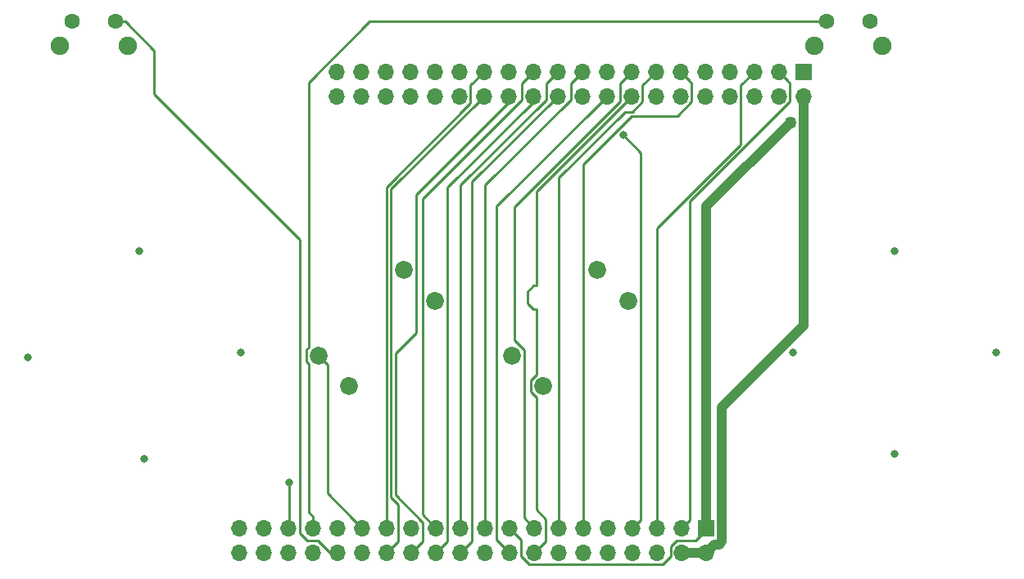
<source format=gbr>
G04 #@! TF.GenerationSoftware,KiCad,Pcbnew,(5.0.2)-1*
G04 #@! TF.CreationDate,2019-10-01T23:20:30-04:00*
G04 #@! TF.ProjectId,gamepad,67616d65-7061-4642-9e6b-696361645f70,rev?*
G04 #@! TF.SameCoordinates,Original*
G04 #@! TF.FileFunction,Copper,L2,Bot*
G04 #@! TF.FilePolarity,Positive*
%FSLAX46Y46*%
G04 Gerber Fmt 4.6, Leading zero omitted, Abs format (unit mm)*
G04 Created by KiCad (PCBNEW (5.0.2)-1) date 10/1/2019 11:20:30 PM*
%MOMM*%
%LPD*%
G01*
G04 APERTURE LIST*
G04 #@! TA.AperFunction,ComponentPad*
%ADD10R,1.700000X1.700000*%
G04 #@! TD*
G04 #@! TA.AperFunction,ComponentPad*
%ADD11O,1.700000X1.700000*%
G04 #@! TD*
G04 #@! TA.AperFunction,ComponentPad*
%ADD12C,1.850000*%
G04 #@! TD*
G04 #@! TA.AperFunction,ComponentPad*
%ADD13C,1.600000*%
G04 #@! TD*
G04 #@! TA.AperFunction,ComponentPad*
%ADD14C,1.900000*%
G04 #@! TD*
G04 #@! TA.AperFunction,ViaPad*
%ADD15C,0.800000*%
G04 #@! TD*
G04 #@! TA.AperFunction,ViaPad*
%ADD16C,1.270000*%
G04 #@! TD*
G04 #@! TA.AperFunction,Conductor*
%ADD17C,0.254000*%
G04 #@! TD*
G04 #@! TA.AperFunction,Conductor*
%ADD18C,1.016000*%
G04 #@! TD*
G04 APERTURE END LIST*
D10*
G04 #@! TO.P,JP2,1*
G04 #@! TO.N,/3V3*
X160100000Y-118700000D03*
D11*
G04 #@! TO.P,JP2,2*
G04 #@! TO.N,/5V*
X160100000Y-121240000D03*
G04 #@! TO.P,JP2,3*
G04 #@! TO.N,/SDA*
X157560000Y-118700000D03*
G04 #@! TO.P,JP2,4*
G04 #@! TO.N,/5V*
X157560000Y-121240000D03*
G04 #@! TO.P,JP2,5*
G04 #@! TO.N,/SCK*
X155020000Y-118700000D03*
G04 #@! TO.P,JP2,6*
G04 #@! TO.N,GND*
X155020000Y-121240000D03*
G04 #@! TO.P,JP2,7*
G04 #@! TO.N,/left*
X152480000Y-118700000D03*
G04 #@! TO.P,JP2,8*
G04 #@! TO.N,/a*
X152480000Y-121240000D03*
G04 #@! TO.P,JP2,9*
G04 #@! TO.N,GND*
X149940000Y-118700000D03*
G04 #@! TO.P,JP2,10*
G04 #@! TO.N,/b*
X149940000Y-121240000D03*
G04 #@! TO.P,JP2,11*
G04 #@! TO.N,/GPIO17*
X147400000Y-118700000D03*
G04 #@! TO.P,JP2,12*
G04 #@! TO.N,/y*
X147400000Y-121240000D03*
G04 #@! TO.P,JP2,13*
G04 #@! TO.N,/GPIO27*
X144860000Y-118700000D03*
G04 #@! TO.P,JP2,14*
G04 #@! TO.N,GND*
X144860000Y-121240000D03*
G04 #@! TO.P,JP2,15*
G04 #@! TO.N,/GPIO22*
X142320000Y-118700000D03*
G04 #@! TO.P,JP2,16*
G04 #@! TO.N,/GPIO23*
X142320000Y-121240000D03*
G04 #@! TO.P,JP2,17*
G04 #@! TO.N,/3V3*
X139780000Y-118700000D03*
G04 #@! TO.P,JP2,18*
G04 #@! TO.N,/RT_INT*
X139780000Y-121240000D03*
G04 #@! TO.P,JP2,19*
G04 #@! TO.N,/MOSI*
X137240000Y-118700000D03*
G04 #@! TO.P,JP2,20*
G04 #@! TO.N,GND*
X137240000Y-121240000D03*
G04 #@! TO.P,JP2,21*
G04 #@! TO.N,/MISO*
X134700000Y-118700000D03*
G04 #@! TO.P,JP2,22*
G04 #@! TO.N,/TFT3V*
X134700000Y-121240000D03*
G04 #@! TO.P,JP2,23*
G04 #@! TO.N,/SCLK*
X132160000Y-118700000D03*
G04 #@! TO.P,JP2,24*
G04 #@! TO.N,/TFTCS*
X132160000Y-121240000D03*
G04 #@! TO.P,JP2,25*
G04 #@! TO.N,GND*
X129620000Y-118700000D03*
G04 #@! TO.P,JP2,26*
G04 #@! TO.N,/RT_CS*
X129620000Y-121240000D03*
G04 #@! TO.P,JP2,27*
G04 #@! TO.N,/EEDATA*
X127080000Y-118700000D03*
G04 #@! TO.P,JP2,28*
G04 #@! TO.N,/EECLK*
X127080000Y-121240000D03*
G04 #@! TO.P,JP2,29*
G04 #@! TO.N,Net-(JP2-Pad29)*
X124540000Y-118700000D03*
G04 #@! TO.P,JP2,30*
G04 #@! TO.N,GND*
X124540000Y-121240000D03*
G04 #@! TO.P,JP2,31*
G04 #@! TO.N,Net-(JP2-Pad31)*
X122000000Y-118700000D03*
G04 #@! TO.P,JP2,32*
G04 #@! TO.N,/pin32*
X122000000Y-121240000D03*
G04 #@! TO.P,JP2,33*
G04 #@! TO.N,/pin33*
X119460000Y-118700000D03*
G04 #@! TO.P,JP2,34*
G04 #@! TO.N,GND*
X119460000Y-121240000D03*
G04 #@! TO.P,JP2,35*
G04 #@! TO.N,/right*
X116920000Y-118700000D03*
G04 #@! TO.P,JP2,36*
G04 #@! TO.N,/up*
X116920000Y-121240000D03*
G04 #@! TO.P,JP2,37*
G04 #@! TO.N,/down*
X114380000Y-118700000D03*
G04 #@! TO.P,JP2,38*
G04 #@! TO.N,/x*
X114380000Y-121240000D03*
G04 #@! TO.P,JP2,39*
G04 #@! TO.N,GND*
X111840000Y-118700000D03*
G04 #@! TO.P,JP2,40*
G04 #@! TO.N,Net-(JP2-Pad40)*
X111840000Y-121240000D03*
G04 #@! TD*
D12*
G04 #@! TO.P,SW3,1*
G04 #@! TO.N,GND*
X132010408Y-95171573D03*
G04 #@! TO.P,SW3,2*
X123171573Y-104010408D03*
G04 #@! TO.P,SW3,3*
G04 #@! TO.N,Net-(JP2-Pad29)*
X128828427Y-91989592D03*
G04 #@! TO.P,SW3,4*
X119989592Y-100828427D03*
G04 #@! TD*
G04 #@! TO.P,SW4,4*
G04 #@! TO.N,Net-(JP2-Pad31)*
X139989592Y-100828427D03*
G04 #@! TO.P,SW4,3*
X148828427Y-91989592D03*
G04 #@! TO.P,SW4,2*
G04 #@! TO.N,GND*
X143171573Y-104010408D03*
G04 #@! TO.P,SW4,1*
X152010408Y-95171573D03*
G04 #@! TD*
D13*
G04 #@! TO.P,SW5,1*
G04 #@! TO.N,GND*
X94500000Y-66250000D03*
G04 #@! TO.P,SW5,2*
G04 #@! TO.N,/pin32*
X99000000Y-66250000D03*
D14*
G04 #@! TO.P,SW5,3*
G04 #@! TO.N,N/C*
X93250000Y-68750000D03*
G04 #@! TO.P,SW5,4*
X100250000Y-68750000D03*
G04 #@! TD*
G04 #@! TO.P,SW6,4*
G04 #@! TO.N,N/C*
X178250000Y-68750000D03*
G04 #@! TO.P,SW6,3*
X171250000Y-68750000D03*
D13*
G04 #@! TO.P,SW6,2*
G04 #@! TO.N,GND*
X177000000Y-66250000D03*
G04 #@! TO.P,SW6,1*
G04 #@! TO.N,/pin33*
X172500000Y-66250000D03*
G04 #@! TD*
D10*
G04 #@! TO.P,JP1,1*
G04 #@! TO.N,/3V3*
X170100000Y-71450000D03*
D11*
G04 #@! TO.P,JP1,2*
G04 #@! TO.N,/5V*
X170100000Y-73990000D03*
G04 #@! TO.P,JP1,3*
G04 #@! TO.N,/SDA*
X167560000Y-71450000D03*
G04 #@! TO.P,JP1,4*
G04 #@! TO.N,/5V*
X167560000Y-73990000D03*
G04 #@! TO.P,JP1,5*
G04 #@! TO.N,/SCK*
X165020000Y-71450000D03*
G04 #@! TO.P,JP1,6*
G04 #@! TO.N,GND*
X165020000Y-73990000D03*
G04 #@! TO.P,JP1,7*
G04 #@! TO.N,Net-(JP1-Pad7)*
X162480000Y-71450000D03*
G04 #@! TO.P,JP1,8*
G04 #@! TO.N,Net-(JP1-Pad8)*
X162480000Y-73990000D03*
G04 #@! TO.P,JP1,9*
G04 #@! TO.N,GND*
X159940000Y-71450000D03*
G04 #@! TO.P,JP1,10*
G04 #@! TO.N,Net-(JP1-Pad10)*
X159940000Y-73990000D03*
G04 #@! TO.P,JP1,11*
G04 #@! TO.N,/GPIO17*
X157400000Y-71450000D03*
G04 #@! TO.P,JP1,12*
G04 #@! TO.N,Net-(JP1-Pad12)*
X157400000Y-73990000D03*
G04 #@! TO.P,JP1,13*
G04 #@! TO.N,/GPIO27*
X154860000Y-71450000D03*
G04 #@! TO.P,JP1,14*
G04 #@! TO.N,GND*
X154860000Y-73990000D03*
G04 #@! TO.P,JP1,15*
G04 #@! TO.N,/GPIO22*
X152320000Y-71450000D03*
G04 #@! TO.P,JP1,16*
G04 #@! TO.N,/GPIO23*
X152320000Y-73990000D03*
G04 #@! TO.P,JP1,17*
G04 #@! TO.N,/3V3*
X149780000Y-71450000D03*
G04 #@! TO.P,JP1,18*
G04 #@! TO.N,/RT_INT*
X149780000Y-73990000D03*
G04 #@! TO.P,JP1,19*
G04 #@! TO.N,/MOSI*
X147240000Y-71450000D03*
G04 #@! TO.P,JP1,20*
G04 #@! TO.N,GND*
X147240000Y-73990000D03*
G04 #@! TO.P,JP1,21*
G04 #@! TO.N,/MISO*
X144700000Y-71450000D03*
G04 #@! TO.P,JP1,22*
G04 #@! TO.N,/TFT3V*
X144700000Y-73990000D03*
G04 #@! TO.P,JP1,23*
G04 #@! TO.N,/SCLK*
X142160000Y-71450000D03*
G04 #@! TO.P,JP1,24*
G04 #@! TO.N,/TFTCS*
X142160000Y-73990000D03*
G04 #@! TO.P,JP1,25*
G04 #@! TO.N,GND*
X139620000Y-71450000D03*
G04 #@! TO.P,JP1,26*
G04 #@! TO.N,/RT_CS*
X139620000Y-73990000D03*
G04 #@! TO.P,JP1,27*
G04 #@! TO.N,/EEDATA*
X137080000Y-71450000D03*
G04 #@! TO.P,JP1,28*
G04 #@! TO.N,/EECLK*
X137080000Y-73990000D03*
G04 #@! TO.P,JP1,29*
G04 #@! TO.N,Net-(JP1-Pad29)*
X134540000Y-71450000D03*
G04 #@! TO.P,JP1,30*
G04 #@! TO.N,GND*
X134540000Y-73990000D03*
G04 #@! TO.P,JP1,31*
G04 #@! TO.N,Net-(JP1-Pad31)*
X132000000Y-71450000D03*
G04 #@! TO.P,JP1,32*
G04 #@! TO.N,Net-(JP1-Pad32)*
X132000000Y-73990000D03*
G04 #@! TO.P,JP1,33*
G04 #@! TO.N,Net-(JP1-Pad33)*
X129460000Y-71450000D03*
G04 #@! TO.P,JP1,34*
G04 #@! TO.N,GND*
X129460000Y-73990000D03*
G04 #@! TO.P,JP1,35*
G04 #@! TO.N,Net-(JP1-Pad35)*
X126920000Y-71450000D03*
G04 #@! TO.P,JP1,36*
G04 #@! TO.N,Net-(JP1-Pad36)*
X126920000Y-73990000D03*
G04 #@! TO.P,JP1,37*
G04 #@! TO.N,Net-(JP1-Pad37)*
X124380000Y-71450000D03*
G04 #@! TO.P,JP1,38*
G04 #@! TO.N,Net-(JP1-Pad38)*
X124380000Y-73990000D03*
G04 #@! TO.P,JP1,39*
G04 #@! TO.N,GND*
X121840000Y-71450000D03*
G04 #@! TO.P,JP1,40*
G04 #@! TO.N,Net-(JP1-Pad40)*
X121840000Y-73990000D03*
G04 #@! TD*
D15*
G04 #@! TO.N,GND*
X179500000Y-90000000D03*
X190000000Y-100500000D03*
X179500000Y-111000000D03*
X169000000Y-100500000D03*
X101500000Y-90000000D03*
X112000000Y-100500000D03*
X90000000Y-101000000D03*
X102000000Y-111500000D03*
G04 #@! TO.N,/right*
X117000000Y-114000000D03*
G04 #@! TO.N,/left*
X151500000Y-78000000D03*
D16*
G04 #@! TO.N,/3V3*
X168750000Y-76750000D03*
G04 #@! TD*
D17*
G04 #@! TO.N,/right*
X117000000Y-118620000D02*
X116920000Y-118700000D01*
X117000000Y-114000000D02*
X117000000Y-118620000D01*
G04 #@! TO.N,/left*
X153329999Y-79829999D02*
X151500000Y-78000000D01*
X152480000Y-118700000D02*
X153329999Y-117850001D01*
X153329999Y-117850001D02*
X153329999Y-79829999D01*
G04 #@! TO.N,/pin32*
X103000000Y-69250000D02*
X100000000Y-66250000D01*
X103000000Y-73750000D02*
X103000000Y-69250000D01*
X122000000Y-121240000D02*
X121201962Y-121240000D01*
X119961962Y-120000000D02*
X118832040Y-120000000D01*
X100000000Y-66250000D02*
X99000000Y-66250000D01*
X118832040Y-120000000D02*
X118097001Y-119264961D01*
X118097001Y-119264961D02*
X118097001Y-88847001D01*
X121201962Y-121240000D02*
X119961962Y-120000000D01*
X118097001Y-88847001D02*
X103000000Y-73750000D01*
G04 #@! TO.N,/pin33*
X171368630Y-66250000D02*
X172500000Y-66250000D01*
X125298038Y-66250000D02*
X171368630Y-66250000D01*
X119000000Y-99965057D02*
X119000000Y-72548038D01*
X119460000Y-117497919D02*
X119000000Y-117037919D01*
X119460000Y-118700000D02*
X119460000Y-117497919D01*
X119000000Y-117037919D02*
X119000000Y-101691797D01*
X119000000Y-72548038D02*
X125298038Y-66250000D01*
X119000000Y-101691797D02*
X118737591Y-101429388D01*
X118737591Y-101429388D02*
X118737591Y-100227466D01*
X118737591Y-100227466D02*
X119000000Y-99965057D01*
G04 #@! TO.N,/3V3*
X159000000Y-120000000D02*
X160100000Y-118900000D01*
X157000000Y-120000000D02*
X159000000Y-120000000D01*
X156382999Y-120617001D02*
X157000000Y-120000000D01*
X139780000Y-118700000D02*
X140957001Y-119877001D01*
X140957001Y-121618963D02*
X141755039Y-122417001D01*
X141755039Y-122417001D02*
X155584961Y-122417001D01*
X160100000Y-118900000D02*
X160100000Y-118700000D01*
X155584961Y-122417001D02*
X156382999Y-121618963D01*
X140957001Y-119877001D02*
X140957001Y-121618963D01*
X156382999Y-121618963D02*
X156382999Y-120617001D01*
D18*
X160100000Y-118700000D02*
X160100000Y-85400000D01*
X160100000Y-85400000D02*
X168750000Y-76750000D01*
G04 #@! TO.N,/5V*
X157560000Y-121240000D02*
X160100000Y-121240000D01*
X160949999Y-120390001D02*
X160100000Y-121240000D01*
X161384401Y-120390001D02*
X160949999Y-120390001D01*
X161658001Y-120116401D02*
X161384401Y-120390001D01*
X161658001Y-106202157D02*
X161658001Y-120116401D01*
X170100000Y-97760158D02*
X161658001Y-106202157D01*
X170100000Y-73990000D02*
X170100000Y-97760158D01*
D17*
G04 #@! TO.N,/SDA*
X168409999Y-72299999D02*
X167560000Y-71450000D01*
X168737001Y-72627001D02*
X168409999Y-72299999D01*
X168737001Y-74554961D02*
X168737001Y-72627001D01*
X158409999Y-84881963D02*
X168737001Y-74554961D01*
X158409999Y-117850001D02*
X158409999Y-84881963D01*
X157560000Y-118700000D02*
X158409999Y-117850001D01*
G04 #@! TO.N,/SCK*
X155020000Y-117497919D02*
X155020000Y-118700000D01*
X155020000Y-87629896D02*
X155020000Y-117497919D01*
X163657001Y-78992895D02*
X155020000Y-87629896D01*
X163657001Y-72812999D02*
X163657001Y-78992895D01*
X165020000Y-71450000D02*
X163657001Y-72812999D01*
G04 #@! TO.N,/GPIO17*
X158249999Y-72299999D02*
X157400000Y-71450000D01*
X158577001Y-72627001D02*
X158249999Y-72299999D01*
X157087954Y-76044008D02*
X158577001Y-74554961D01*
X152380030Y-76044008D02*
X157087954Y-76044008D01*
X147400000Y-81024038D02*
X152380030Y-76044008D01*
X158577001Y-74554961D02*
X158577001Y-72627001D01*
X147400000Y-118700000D02*
X147400000Y-81024038D01*
G04 #@! TO.N,/GPIO27*
X152461964Y-75589998D02*
X151660002Y-75589998D01*
X153497001Y-74554961D02*
X152461964Y-75589998D01*
X154860000Y-71450000D02*
X153497001Y-72812999D01*
X153497001Y-72812999D02*
X153497001Y-74554961D01*
X144860000Y-82390000D02*
X144860000Y-118700000D01*
X151660002Y-75589998D02*
X144860000Y-82390000D01*
G04 #@! TO.N,/GPIO22*
X151142999Y-74524935D02*
X140250000Y-85417934D01*
X152320000Y-71450000D02*
X151142999Y-72627001D01*
X151142999Y-72627001D02*
X151142999Y-74524935D01*
X140250000Y-99235873D02*
X141250000Y-100235873D01*
X140250000Y-85417934D02*
X140250000Y-99235873D01*
X141250000Y-117630000D02*
X142320000Y-118700000D01*
X141250000Y-100235873D02*
X141250000Y-117630000D01*
G04 #@! TO.N,/GPIO23*
X142500000Y-83810000D02*
X151470001Y-74839999D01*
X142500000Y-116778038D02*
X142500000Y-105191797D01*
X142229058Y-96045020D02*
X141591018Y-95406980D01*
X142500000Y-93591018D02*
X142500000Y-83810000D01*
X142229058Y-93591018D02*
X142500000Y-93591018D01*
X142500000Y-105191797D02*
X141919572Y-104611369D01*
X151470001Y-74839999D02*
X152320000Y-73990000D01*
X141919572Y-104611369D02*
X141919572Y-103409447D01*
X141919572Y-103409447D02*
X142500000Y-102829019D01*
X142500000Y-102829019D02*
X142500000Y-96045020D01*
X141591018Y-95406980D02*
X141591018Y-94229058D01*
X142500000Y-96045020D02*
X142229058Y-96045020D01*
X141591018Y-94229058D02*
X142229058Y-93591018D01*
X143497001Y-117775039D02*
X142500000Y-116778038D01*
X143497001Y-120062999D02*
X143497001Y-117775039D01*
X142320000Y-121240000D02*
X143497001Y-120062999D01*
G04 #@! TO.N,/RT_INT*
X148930001Y-74839999D02*
X149780000Y-73990000D01*
X138417001Y-85352999D02*
X148930001Y-74839999D01*
X138417001Y-119877001D02*
X138417001Y-85352999D01*
X139780000Y-121240000D02*
X138417001Y-119877001D01*
G04 #@! TO.N,/MOSI*
X146390001Y-72299999D02*
X147240000Y-71450000D01*
X146062999Y-72627001D02*
X146390001Y-72299999D01*
X146062999Y-74368963D02*
X146062999Y-72627001D01*
X137240000Y-83191962D02*
X146062999Y-74368963D01*
X137240000Y-118700000D02*
X137240000Y-83191962D01*
G04 #@! TO.N,/MISO*
X143850001Y-72299999D02*
X144700000Y-71450000D01*
X143522999Y-72627001D02*
X143850001Y-72299999D01*
X143522999Y-74368963D02*
X143522999Y-72627001D01*
X134700000Y-83191962D02*
X143522999Y-74368963D01*
X134700000Y-118700000D02*
X134700000Y-83191962D01*
G04 #@! TO.N,/TFT3V*
X135549999Y-120390001D02*
X134700000Y-121240000D01*
X135877001Y-120062999D02*
X135549999Y-120390001D01*
X135877001Y-82812999D02*
X135877001Y-120062999D01*
X144700000Y-73990000D02*
X135877001Y-82812999D01*
G04 #@! TO.N,/SCLK*
X141310001Y-72299999D02*
X142160000Y-71450000D01*
X140982999Y-72627001D02*
X141310001Y-72299999D01*
X140982999Y-74368963D02*
X140982999Y-72627001D01*
X130758407Y-84593555D02*
X140982999Y-74368963D01*
X130758407Y-117298407D02*
X130758407Y-84593555D01*
X132160000Y-118700000D02*
X130758407Y-117298407D01*
G04 #@! TO.N,/TFTCS*
X142160000Y-73990000D02*
X142160000Y-74590000D01*
X133009999Y-120390001D02*
X132160000Y-121240000D01*
X133337001Y-120062999D02*
X133009999Y-120390001D01*
X133337001Y-83412999D02*
X133337001Y-120062999D01*
X142160000Y-74590000D02*
X133337001Y-83412999D01*
G04 #@! TO.N,/RT_CS*
X129620000Y-121240000D02*
X129620000Y-120441962D01*
X139620000Y-73990000D02*
X139620000Y-74630000D01*
X130469999Y-120390001D02*
X129620000Y-121240000D01*
X127954980Y-115293018D02*
X130797001Y-118135039D01*
X127954980Y-100593020D02*
X127954980Y-115293018D01*
X130080428Y-98467572D02*
X127954980Y-100593020D01*
X130797001Y-120062999D02*
X130469999Y-120390001D01*
X130080428Y-84169572D02*
X130080428Y-98467572D01*
X130797001Y-118135039D02*
X130797001Y-120062999D01*
X139620000Y-74630000D02*
X130080428Y-84169572D01*
G04 #@! TO.N,/EEDATA*
X135717001Y-74710933D02*
X127000000Y-83427934D01*
X137080000Y-71450000D02*
X135717001Y-72812999D01*
X135717001Y-72812999D02*
X135717001Y-74710933D01*
X127080000Y-117497919D02*
X127080000Y-118700000D01*
X127000000Y-117417919D02*
X127080000Y-117497919D01*
X127000000Y-83427934D02*
X127000000Y-117417919D01*
G04 #@! TO.N,/EECLK*
X127500000Y-83570000D02*
X137080000Y-73990000D01*
X127500000Y-115480104D02*
X127500000Y-83570000D01*
X128257001Y-116237105D02*
X127500000Y-115480104D01*
X127080000Y-121240000D02*
X128257001Y-120062999D01*
X128257001Y-120062999D02*
X128257001Y-116237105D01*
G04 #@! TO.N,Net-(JP2-Pad29)*
X123690001Y-117850001D02*
X124540000Y-118700000D01*
X120914591Y-115074591D02*
X123690001Y-117850001D01*
X120914591Y-101753426D02*
X120914591Y-115074591D01*
X119989592Y-100828427D02*
X120914591Y-101753426D01*
G04 #@! TD*
M02*

</source>
